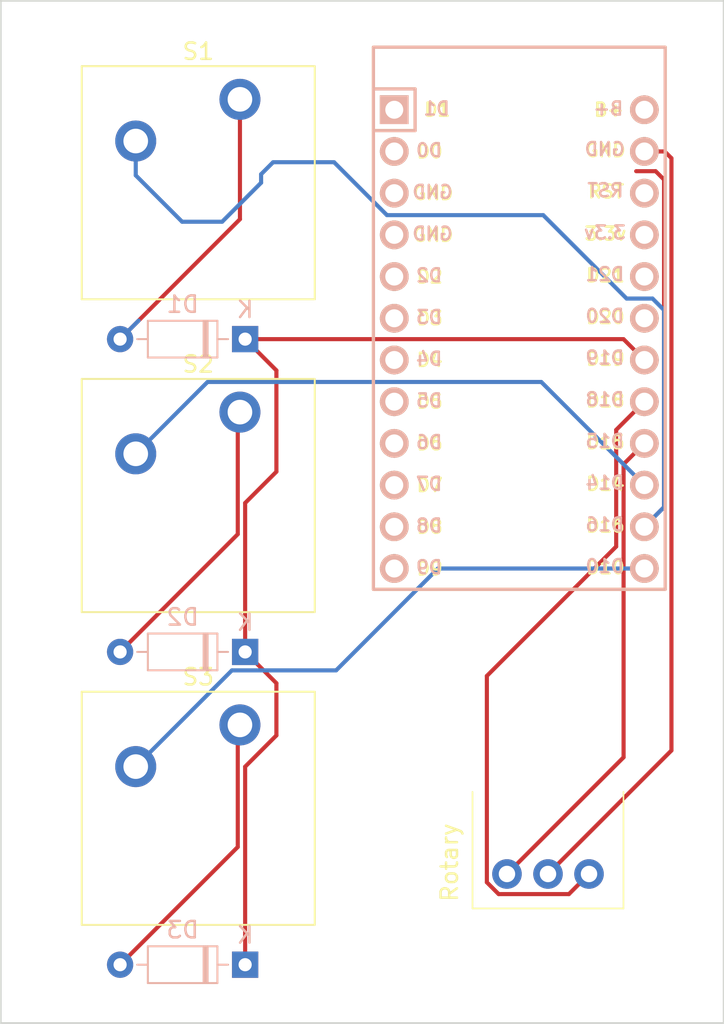
<source format=kicad_pcb>
(kicad_pcb (version 20221018) (generator pcbnew)
  (layers (0 "F.Cu" signal) (31 "B.Cu" signal) (34 "B.Paste" user) (35 "F.Paste" user) (36 "B.SilkS" user "B.Silkscreen") (37 "F.SilkS" user "F.Silkscreen") (38 "B.Mask" user) (39 "F.Mask" user) (44 "Edge.Cuts" user))
  (net 0 "")
  (net 1 "Net-(D1-A)")
  (net 2 "Net-(D2-A)")
  (net 3 "Net-(D3-A)")
  (net 4 "Net-(D1-K)")
  (net 5 "Net-(U1-D16)")
  (net 6 "Net-(U1-D14)")
  (net 7 "Net-(U1-D10)")
  (net 8 "Net-(U1-D18)")
  (net 9 "Net-(U1-D15)")
  (net 10 "Net-(SW1-PadC)")
  (net 27 "Net-(U1-D20)")
  (footprint "ScottoKeebs_MCU:Nice_Nano_V2" (layer "F.Cu") (at 186.055 94.06)
    (fp_text reference "U1" hide)
    (fp_text value "Nice_Nano_V2" hide)
    (fp_text user "GND" (at -5.289 -6.42) (layer "B.SilkS") (effects (font (size 0.8 0.8)) (justify mirror)))
    (fp_text user "D18" (at 5.211 3.67) (layer "B.SilkS") (effects (font (size 0.8 0.8)) (justify mirror)))
    (fp_text user "D15" (at 5.211 6.21) (layer "B.SilkS") (effects (font (size 0.8 0.8)) (justify mirror)))
    (fp_text user "D5" (at -5.5 3.74) (layer "B.SilkS") (effects (font (size 0.8 0.8)) (justify mirror)))
    (fp_text user "D1" (at -5.039 -14.04) (layer "B.SilkS") (effects (font (size 0.8 0.8)) (justify mirror)))
    (fp_text user "D6" (at -5.5 6.28) (layer "B.SilkS") (effects (font (size 0.8 0.8)) (justify mirror)))
    (fp_text user "GND" (at 5.211 -11.57) (layer "B.SilkS") (effects (font (size 0.8 0.8)) (justify mirror)))
    (fp_text user "D9" (at -5.5 13.9) (layer "B.SilkS") (effects (font (size 0.8 0.8)) (justify mirror)))
    (fp_text user "D21" (at 5.211 -3.95) (layer "B.SilkS") (effects (font (size 0.8 0.8)) (justify mirror)))
    (fp_text user "3.3v" (at 5.211 -6.49) (layer "B.SilkS") (effects (font (size 0.8 0.8)) (justify mirror)))
    (fp_text user "D0" (at -5.5 -11.5) (layer "B.SilkS") (effects (font (size 0.8 0.8)) (justify mirror)))
    (fp_text user "D10" (at 5.211 13.83) (layer "B.SilkS") (effects (font (size 0.8 0.8)) (justify mirror)))
    (fp_text user "D2" (at -5.5 -3.88) (layer "B.SilkS") (effects (font (size 0.8 0.8)) (justify mirror)))
    (fp_text user "D19" (at 5.211 1.13) (layer "B.SilkS") (effects (font (size 0.8 0.8)) (justify mirror)))
    (fp_text user "D8" (at -5.5 11.36) (layer "B.SilkS") (effects (font (size 0.8 0.8)) (justify mirror)))
    (fp_text user "RST" (at 5.25 -9.06) (layer "B.SilkS") (effects (font (size 0.8 0.8)) (justify mirror)))
    (fp_text user "GND" (at -5.289 -8.96) (layer "B.SilkS") (effects (font (size 0.8 0.8)) (justify mirror)))
    (fp_text user "D20" (at 5.211 -1.41) (layer "B.SilkS") (effects (font (size 0.8 0.8)) (justify mirror)))
    (fp_text user "D3" (at -5.5 -1.34) (layer "B.SilkS") (effects (font (size 0.8 0.8)) (justify mirror)))
    (fp_text user "B+" (at 5.422 -14.04) (layer "B.SilkS") (effects (font (size 0.8 0.8)) (justify mirror)))
    (fp_text user "D4" (at -5.5 1.2) (layer "B.SilkS") (effects (font (size 0.8 0.8)) (justify mirror)))
    (fp_text user "D16" (at 5.211 11.29) (layer "B.SilkS") (effects (font (size 0.8 0.8)) (justify mirror)))
    (fp_text user "D7" (at -5.5 8.82) (layer "B.SilkS") (effects (font (size 0.8 0.8)) (justify mirror)))
    (fp_text user "D14" (at 5.211 8.75) (layer "B.SilkS") (effects (font (size 0.8 0.8)) (justify mirror)))
    (fp_text user "D6" (at -5.461 6.35) (layer "F.SilkS") (effects (font (size 0.8 0.8))))
    (fp_text user "D18" (at 5.25 3.74) (layer "F.SilkS") (effects (font (size 0.8 0.8))))
    (fp_text user "D20" (at 5.25 -1.34) (layer "F.SilkS") (effects (font (size 0.8 0.8))))
    (fp_text user "RST" (at 5.289 -8.99) (layer "F.SilkS") (effects (font (size 0.8 0.8))))
    (fp_text user "B+" (at 5.461 -13.97) (layer "F.SilkS") (effects (font (size 0.8 0.8))))
    (fp_text user "GND" (at -5.25 -6.35) (layer "F.SilkS") (effects (font (size 0.8 0.8))))
    (fp_text user "D19" (at 5.25 1.2) (layer "F.SilkS") (effects (font (size 0.8 0.8))))
    (fp_text user "D5" (at -5.461 3.81) (layer "F.SilkS") (effects (font (size 0.8 0.8))))
    (fp_text user "D0" (at -5.461 -11.43) (layer "F.SilkS") (effects (font (size 0.8 0.8))))
    (fp_text user "D8" (at -5.461 11.43) (layer "F.SilkS") (effects (font (size 0.8 0.8))))
    (fp_text user "GND" (at -5.25 -8.89) (layer "F.SilkS") (effects (font (size 0.8 0.8))))
    (fp_text user "3.3v" (at 5.25 -6.42) (layer "F.SilkS") (effects (font (size 0.8 0.8))))
    (fp_text user "D2" (at -5.461 -3.81) (layer "F.SilkS") (effects (font (size 0.8 0.8))))
    (fp_text user "D16" (at 5.25 11.36) (layer "F.SilkS") (effects (font (size 0.8 0.8))))
    (fp_text user "D14" (at 5.25 8.82) (layer "F.SilkS") (effects (font (size 0.8 0.8))))
    (fp_text user "D21" (at 5.25 -3.88) (layer "F.SilkS") (effects (font (size 0.8 0.8))))
    (fp_text user "D10" (at 5.25 13.9) (layer "F.SilkS") (effects (font (size 0.8 0.8))))
    (fp_text user "D9" (at -5.461 13.97) (layer "F.SilkS") (effects (font (size 0.8 0.8))))
    (fp_text user "D7" (at -5.461 8.89) (layer "F.SilkS") (effects (font (size 0.8 0.8))))
    (fp_text user "GND" (at 5.25 -11.5) (layer "F.SilkS") (effects (font (size 0.8 0.8))))
    (fp_text user "D1" (at -5 -13.97) (layer "F.SilkS") (effects (font (size 0.8 0.8))))
    (fp_text user "D3" (at -5.461 -1.27) (layer "F.SilkS") (effects (font (size 0.8 0.8))))
    (fp_text user "D15" (at 5.25 6.28) (layer "F.SilkS") (effects (font (size 0.8 0.8))))
    (fp_text user "D4" (at -5.461 1.27) (layer "F.SilkS") (effects (font (size 0.8 0.8))))
    (fp_line (start -8.89 -17.78) (end -8.89 15.24) (stroke (width 0.2)) (layer "B.SilkS"))
    (fp_line (start -8.89 15.24) (end 8.89 15.24) (stroke (width 0.2)) (layer "B.SilkS"))
    (fp_line (start -6.35 -15.24) (end -8.89 -15.24) (stroke (width 0.2)) (layer "B.SilkS"))
    (fp_line (start -6.35 -15.24) (end -6.35 -12.7) (stroke (width 0.2)) (layer "B.SilkS"))
    (fp_line (start -6.35 -12.7) (end -8.89 -12.7) (stroke (width 0.2)) (layer "B.SilkS"))
    (fp_line (start 8.89 -17.78) (end -8.89 -17.78) (stroke (width 0.2)) (layer "B.SilkS"))
    (fp_line (start 8.89 15.24) (end 8.89 -17.78) (stroke (width 0.2)) (layer "B.SilkS"))
    (fp_line (start -8.89 -17.78) (end -8.89 15.24) (stroke (width 0.2)) (layer "F.SilkS"))
    (fp_line (start -8.89 15.24) (end 8.89 15.24) (stroke (width 0.2)) (layer "F.SilkS"))
    (fp_line (start -6.35 -15.24) (end -8.89 -15.24) (stroke (width 0.2)) (layer "F.SilkS"))
    (fp_line (start -6.35 -15.24) (end -6.35 -12.7) (stroke (width 0.2)) (layer "F.SilkS"))
    (fp_line (start -6.35 -12.7) (end -8.89 -12.7) (stroke (width 0.2)) (layer "F.SilkS"))
    (fp_line (start 8.89 -17.78) (end -8.89 -17.78) (stroke (width 0.2)) (layer "F.SilkS"))
    (fp_line (start 8.89 15.24) (end 8.89 -17.78) (stroke (width 0.2)) (layer "F.SilkS"))
    (pad "1" thru_hole rect (at -7.62 -13.97 270) (size 1.7526 1.7526) (drill 1.0922) (layers "*.Cu" "*.SilkS" "*.Mask"))
    (pad "2" thru_hole circle (at -7.62 -11.43 270) (size 1.7526 1.7526) (drill 1.0922) (layers "*.Cu" "*.SilkS" "*.Mask"))
    (pad "3" thru_hole circle (at -7.62 -8.89 270) (size 1.7526 1.7526) (drill 1.0922) (layers "*.Cu" "*.SilkS" "*.Mask"))
    (pad "4" thru_hole circle (at -7.62 -6.35 270) (size 1.7526 1.7526) (drill 1.0922) (layers "*.Cu" "*.SilkS" "*.Mask"))
    (pad "5" thru_hole circle (at -7.62 -3.81 270) (size 1.7526 1.7526) (drill 1.0922) (layers "*.Cu" "*.SilkS" "*.Mask"))
    (pad "6" thru_hole circle (at -7.62 -1.27 270) (size 1.7526 1.7526) (drill 1.0922) (layers "*.Cu" "*.SilkS" "*.Mask"))
    (pad "7" thru_hole circle (at -7.62 1.27 270) (size 1.7526 1.7526) (drill 1.0922) (layers "*.Cu" "*.SilkS" "*.Mask"))
    (pad "8" thru_hole circle (at -7.62 3.81 270) (size 1.7526 1.7526) (drill 1.0922) (layers "*.Cu" "*.SilkS" "*.Mask"))
    (pad "9" thru_hole circle (at -7.62 6.35 270) (size 1.7526 1.7526) (drill 1.0922) (layers "*.Cu" "*.SilkS" "*.Mask"))
    (pad "10" thru_hole circle (at -7.62 8.89 270) (size 1.7526 1.7526) (drill 1.0922) (layers "*.Cu" "*.SilkS" "*.Mask"))
    (pad "11" thru_hole circle (at -7.62 11.43 270) (size 1.7526 1.7526) (drill 1.0922) (layers "*.Cu" "*.SilkS" "*.Mask"))
    (pad "12" thru_hole circle (at -7.62 13.97 270) (size 1.7526 1.7526) (drill 1.0922) (layers "*.Cu" "*.SilkS" "*.Mask"))
    (pad "13" thru_hole circle (at 7.62 13.97 270) (size 1.7526 1.7526) (drill 1.0922) (layers "*.Cu" "*.SilkS" "*.Mask") (net 7 "Net-(U1-D10)"))
    (pad "14" thru_hole circle (at 7.62 11.43 270) (size 1.7526 1.7526) (drill 1.0922) (layers "*.Cu" "*.SilkS" "*.Mask") (net 5 "Net-(U1-D16)"))
    (pad "15" thru_hole circle (at 7.62 8.89 270) (size 1.7526 1.7526) (drill 1.0922) (layers "*.Cu" "*.SilkS" "*.Mask") (net 6 "Net-(U1-D14)"))
    (pad "16" thru_hole circle (at 7.62 6.35 270) (size 1.7526 1.7526) (drill 1.0922) (layers "*.Cu" "*.SilkS" "*.Mask") (net 9 "Net-(U1-D15)"))
    (pad "17" thru_hole circle (at 7.62 3.81 270) (size 1.7526 1.7526) (drill 1.0922) (layers "*.Cu" "*.SilkS" "*.Mask") (net 8 "Net-(U1-D18)"))
    (pad "18" thru_hole circle (at 7.62 1.27 270) (size 1.7526 1.7526) (drill 1.0922) (layers "*.Cu" "*.SilkS" "*.Mask") (net 4 "Net-(D1-K)"))
    (pad "19" thru_hole circle (at 7.62 -1.27 270) (size 1.7526 1.7526) (drill 1.0922) (layers "*.Cu" "*.SilkS" "*.Mask") (net 27 "Net-(U1-D20)"))
    (pad "20" thru_hole circle (at 7.62 -3.81 270) (size 1.7526 1.7526) (drill 1.0922) (layers "*.Cu" "*.SilkS" "*.Mask"))
    (pad "21" thru_hole circle (at 7.62 -6.35 270) (size 1.7526 1.7526) (drill 1.0922) (layers "*.Cu" "*.SilkS" "*.Mask"))
    (pad "22" thru_hole circle (at 7.62 -8.89 270) (size 1.7526 1.7526) (drill 1.0922) (layers "*.Cu" "*.SilkS" "*.Mask"))
    (pad "23" thru_hole circle (at 7.62 -11.43 270) (size 1.7526 1.7526) (drill 1.0922) (layers "*.Cu" "*.SilkS" "*.Mask") (net 10 "Net-(SW1-PadC)"))
    (pad "24" thru_hole circle (at 7.62 -13.97 270) (size 1.7526 1.7526) (drill 1.0922) (layers "*.Cu" "*.SilkS" "*.Mask"))
  )
  (footprint "ScottoKeebs_MX:MX_PCB_1.00u" (layer "F.Cu") (at 166.49 122.635)
    (fp_text reference "S3" (at 0 -8) (layer "F.SilkS"))
    (fp_text value "Keyswitch")
    (fp_line (start -7.1 -7.1) (end -7.1 7.1) (stroke (width 0.12)) (layer "F.SilkS"))
    (fp_line (start -7.1 7.1) (end 7.1 7.1) (stroke (width 0.12)) (layer "F.SilkS"))
    (fp_line (start 7.1 -7.1) (end -7.1 -7.1) (stroke (width 0.12)) (layer "F.SilkS"))
    (fp_line (start 7.1 7.1) (end 7.1 -7.1) (stroke (width 0.12)) (layer "F.SilkS"))
    (pad "" np_thru_hole circle (at -5.08 0) (size 1.75 1.75) (drill 1.75) (layers "*.Cu" "*.Mask"))
    (pad "" np_thru_hole circle (at 0 0) (size 4 4) (drill 4) (layers "*.Cu" "*.Mask"))
    (pad "" np_thru_hole circle (at 5.08 0) (size 1.75 1.75) (drill 1.75) (layers "*.Cu" "*.Mask"))
    (pad "1" thru_hole circle (at -3.81 -2.54) (size 2.5 2.5) (drill 1.5) (layers "*.Cu" "*.Mask") (net 7 "Net-(U1-D10)"))
    (pad "2" thru_hole circle (at 2.54 -5.08) (size 2.5 2.5) (drill 1.5) (layers "*.Cu" "*.Mask") (net 3 "Net-(D3-A)"))
  )
  (footprint "Rotary_Encoder:RotaryEncoder_Bourns_Horizontal_PEC09-2xxxF-Nxxxx" (layer "F.Cu") (at 190.3025 126.635 90)
    (fp_text reference "Rotary" (at 0.7 -8.5 90) (layer "F.SilkS"))
    (fp_text value "RotaryEncoder")
    (fp_line (start -2.1 -7.1) (end -2.1 2.1) (stroke (width 0.1)) (layer "F.SilkS"))
    (fp_line (start -2.1 2.1) (end 5 2.1) (stroke (width 0.1)) (layer "F.SilkS"))
    (fp_line (start 5 -7.1) (end -2.1 -7.1) (stroke (width 0.1)) (layer "F.SilkS"))
    (pad "A" thru_hole circle (at 0 0 90) (size 1.8 1.8) (drill 1) (layers "*.Cu" "*.Mask") (net 8 "Net-(U1-D18)"))
    (pad "B" thru_hole circle (at 0 -5 90) (size 1.8 1.8) (drill 1) (layers "*.Cu" "*.Mask") (net 9 "Net-(U1-D15)"))
    (pad "C" thru_hole circle (at 0 -2.5 90) (size 1.8 1.8) (drill 1) (layers "*.Cu" "*.Mask") (net 10 "Net-(SW1-PadC)"))
  )
  (footprint "ScottoKeebs_MX:MX_PCB_1.00u" (layer "F.Cu") (at 166.49 84.535)
    (fp_text reference "S1" (at 0 -8) (layer "F.SilkS"))
    (fp_text value "Keyswitch")
    (fp_line (start -7.1 -7.1) (end -7.1 7.1) (stroke (width 0.12)) (layer "F.SilkS"))
    (fp_line (start -7.1 7.1) (end 7.1 7.1) (stroke (width 0.12)) (layer "F.SilkS"))
    (fp_line (start 7.1 -7.1) (end -7.1 -7.1) (stroke (width 0.12)) (layer "F.SilkS"))
    (fp_line (start 7.1 7.1) (end 7.1 -7.1) (stroke (width 0.12)) (layer "F.SilkS"))
    (pad "" np_thru_hole circle (at -5.08 0) (size 1.75 1.75) (drill 1.75) (layers "*.Cu" "*.Mask"))
    (pad "" np_thru_hole circle (at 0 0) (size 4 4) (drill 4) (layers "*.Cu" "*.Mask"))
    (pad "" np_thru_hole circle (at 5.08 0) (size 1.75 1.75) (drill 1.75) (layers "*.Cu" "*.Mask"))
    (pad "1" thru_hole circle (at -3.81 -2.54) (size 2.5 2.5) (drill 1.5) (layers "*.Cu" "*.Mask") (net 5 "Net-(U1-D16)"))
    (pad "2" thru_hole circle (at 2.54 -5.08) (size 2.5 2.5) (drill 1.5) (layers "*.Cu" "*.Mask") (net 1 "Net-(D1-A)"))
  )
  (footprint "ScottoKeebs_MX:MX_PCB_1.00u" (layer "F.Cu") (at 166.49 103.585)
    (fp_text reference "S2" (at 0 -8) (layer "F.SilkS"))
    (fp_text value "Keyswitch")
    (fp_line (start -7.1 -7.1) (end -7.1 7.1) (stroke (width 0.12)) (layer "F.SilkS"))
    (fp_line (start -7.1 7.1) (end 7.1 7.1) (stroke (width 0.12)) (layer "F.SilkS"))
    (fp_line (start 7.1 -7.1) (end -7.1 -7.1) (stroke (width 0.12)) (layer "F.SilkS"))
    (fp_line (start 7.1 7.1) (end 7.1 -7.1) (stroke (width 0.12)) (layer "F.SilkS"))
    (pad "" np_thru_hole circle (at -5.08 0) (size 1.75 1.75) (drill 1.75) (layers "*.Cu" "*.Mask"))
    (pad "" np_thru_hole circle (at 0 0) (size 4 4) (drill 4) (layers "*.Cu" "*.Mask"))
    (pad "" np_thru_hole circle (at 5.08 0) (size 1.75 1.75) (drill 1.75) (layers "*.Cu" "*.Mask"))
    (pad "1" thru_hole circle (at -3.81 -2.54) (size 2.5 2.5) (drill 1.5) (layers "*.Cu" "*.Mask") (net 6 "Net-(U1-D14)"))
    (pad "2" thru_hole circle (at 2.54 -5.08) (size 2.5 2.5) (drill 1.5) (layers "*.Cu" "*.Mask") (net 2 "Net-(D2-A)"))
  )
  (footprint "ScottoKeebs_Components:Diode_DO-35" (layer "B.Cu") (at 169.3475 94.06 180)
    (fp_text reference "D1" (at 3.81 2.12) (layer "B.SilkS") (effects (justify mirror)))
    (fp_text value "Diode")
    (fp_text user "K" (at 0 1.8) (layer "B.SilkS") (effects (justify mirror)))
    (fp_line (start 1.04 0) (end 1.69 0) (stroke (width 0.12)) (layer "B.SilkS"))
    (fp_line (start 1.69 -1.12) (end 5.93 -1.12) (stroke (width 0.12)) (layer "B.SilkS"))
    (fp_line (start 1.69 1.12) (end 1.69 -1.12) (stroke (width 0.12)) (layer "B.SilkS"))
    (fp_line (start 2.29 1.12) (end 2.29 -1.12) (stroke (width 0.12)) (layer "B.SilkS"))
    (fp_line (start 2.41 1.12) (end 2.41 -1.12) (stroke (width 0.12)) (layer "B.SilkS"))
    (fp_line (start 2.53 1.12) (end 2.53 -1.12) (stroke (width 0.12)) (layer "B.SilkS"))
    (fp_line (start 5.93 -1.12) (end 5.93 1.12) (stroke (width 0.12)) (layer "B.SilkS"))
    (fp_line (start 5.93 1.12) (end 1.69 1.12) (stroke (width 0.12)) (layer "B.SilkS"))
    (fp_line (start 6.58 0) (end 5.93 0) (stroke (width 0.12)) (layer "B.SilkS"))
    (pad "1" thru_hole rect (at 0 0 180) (size 1.6 1.6) (drill 0.8) (layers "*.Cu" "*.Mask") (net 4 "Net-(D1-K)"))
    (pad "2" thru_hole oval (at 7.62 0 180) (size 1.6 1.6) (drill 0.8) (layers "*.Cu" "*.Mask") (net 1 "Net-(D1-A)"))
  )
  (footprint "ScottoKeebs_Components:Diode_DO-35" (layer "B.Cu") (at 169.3475 113.11 180)
    (fp_text reference "D2" (at 3.81 2.12) (layer "B.SilkS") (effects (justify mirror)))
    (fp_text value "Diode")
    (fp_text user "K" (at 0 1.8) (layer "B.SilkS") (effects (justify mirror)))
    (fp_line (start 1.04 0) (end 1.69 0) (stroke (width 0.12)) (layer "B.SilkS"))
    (fp_line (start 1.69 -1.12) (end 5.93 -1.12) (stroke (width 0.12)) (layer "B.SilkS"))
    (fp_line (start 1.69 1.12) (end 1.69 -1.12) (stroke (width 0.12)) (layer "B.SilkS"))
    (fp_line (start 2.29 1.12) (end 2.29 -1.12) (stroke (width 0.12)) (layer "B.SilkS"))
    (fp_line (start 2.41 1.12) (end 2.41 -1.12) (stroke (width 0.12)) (layer "B.SilkS"))
    (fp_line (start 2.53 1.12) (end 2.53 -1.12) (stroke (width 0.12)) (layer "B.SilkS"))
    (fp_line (start 5.93 -1.12) (end 5.93 1.12) (stroke (width 0.12)) (layer "B.SilkS"))
    (fp_line (start 5.93 1.12) (end 1.69 1.12) (stroke (width 0.12)) (layer "B.SilkS"))
    (fp_line (start 6.58 0) (end 5.93 0) (stroke (width 0.12)) (layer "B.SilkS"))
    (pad "1" thru_hole rect (at 0 0 180) (size 1.6 1.6) (drill 0.8) (layers "*.Cu" "*.Mask") (net 4 "Net-(D1-K)"))
    (pad "2" thru_hole oval (at 7.62 0 180) (size 1.6 1.6) (drill 0.8) (layers "*.Cu" "*.Mask") (net 2 "Net-(D2-A)"))
  )
  (footprint "ScottoKeebs_Components:Diode_DO-35" (layer "B.Cu") (at 169.3475 132.16 180)
    (fp_text reference "D3" (at 3.81 2.12) (layer "B.SilkS") (effects (justify mirror)))
    (fp_text value "Diode")
    (fp_text user "K" (at 0 1.8) (layer "B.SilkS") (effects (justify mirror)))
    (fp_line (start 1.04 0) (end 1.69 0) (stroke (width 0.12)) (layer "B.SilkS"))
    (fp_line (start 1.69 -1.12) (end 5.93 -1.12) (stroke (width 0.12)) (layer "B.SilkS"))
    (fp_line (start 1.69 1.12) (end 1.69 -1.12) (stroke (width 0.12)) (layer "B.SilkS"))
    (fp_line (start 2.29 1.12) (end 2.29 -1.12) (stroke (width 0.12)) (layer "B.SilkS"))
    (fp_line (start 2.41 1.12) (end 2.41 -1.12) (stroke (width 0.12)) (layer "B.SilkS"))
    (fp_line (start 2.53 1.12) (end 2.53 -1.12) (stroke (width 0.12)) (layer "B.SilkS"))
    (fp_line (start 5.93 -1.12) (end 5.93 1.12) (stroke (width 0.12)) (layer "B.SilkS"))
    (fp_line (start 5.93 1.12) (end 1.69 1.12) (stroke (width 0.12)) (layer "B.SilkS"))
    (fp_line (start 6.58 0) (end 5.93 0) (stroke (width 0.12)) (layer "B.SilkS"))
    (pad "1" thru_hole rect (at 0 0 180) (size 1.6 1.6) (drill 0.8) (layers "*.Cu" "*.Mask") (net 4 "Net-(D1-K)"))
    (pad "2" thru_hole oval (at 7.62 0 180) (size 1.6 1.6) (drill 0.8) (layers "*.Cu" "*.Mask") (net 3 "Net-(D3-A)"))
  )
  (gr_rect (start 154.458544 73.45508) (end 198.503075 135.712117) (stroke (width 0.1)) (fill none) (layer "Edge.Cuts"))
  (segment (start 169.03 79.455) (end 169.03 86.7575) (width 0.25) (layer "F.Cu") (net 1))
  (segment (start 169.03 86.7575) (end 161.7275 94.06) (width 0.25) (layer "F.Cu") (net 1))
  (segment (start 169.03 79.455) (end 168.211243 79.455) (width 0.25) (layer "B.Cu") (net 1))
  (segment (start 161.7275 94.06) (end 162.8525 92.935) (width 0.25) (layer "B.Cu") (net 1))
  (segment (start 168.8975 105.94) (end 161.7275 113.11) (width 0.25) (layer "F.Cu") (net 2))
  (segment (start 169.03 98.505) (end 168.8975 98.6375) (width 0.25) (layer "F.Cu") (net 2))
  (segment (start 168.8975 98.6375) (end 168.8975 105.94) (width 0.25) (layer "F.Cu") (net 2))
  (segment (start 168.8975 124.99) (end 161.7275 132.16) (width 0.25) (layer "F.Cu") (net 3))
  (segment (start 168.8975 117.6875) (end 168.8975 124.99) (width 0.25) (layer "F.Cu") (net 3))
  (segment (start 169.03 117.555) (end 168.8975 117.6875) (width 0.25) (layer "F.Cu") (net 3))
  (segment (start 169.3475 113.11) (end 169.3475 104.039733) (width 0.25) (layer "F.Cu") (net 4))
  (segment (start 169.3475 120.099887) (end 171.2525 118.194887) (width 0.25) (layer "F.Cu") (net 4))
  (segment (start 171.2525 102.134733) (end 171.2525 95.965) (width 0.25) (layer "F.Cu") (net 4))
  (segment (start 169.3475 94.06) (end 192.405 94.06) (width 0.25) (layer "F.Cu") (net 4))
  (segment (start 169.3475 132.16) (end 169.3475 120.099887) (width 0.25) (layer "F.Cu") (net 4))
  (segment (start 171.2525 115.015) (end 169.3475 113.11) (width 0.25) (layer "F.Cu") (net 4))
  (segment (start 171.2525 118.194887) (end 171.2525 115.015) (width 0.25) (layer "F.Cu") (net 4))
  (segment (start 169.3475 104.039733) (end 171.2525 102.134733) (width 0.25) (layer "F.Cu") (net 4))
  (segment (start 192.405 94.06) (end 193.675 95.33) (width 0.25) (layer "F.Cu") (net 4))
  (segment (start 171.2525 95.965) (end 169.3475 94.06) (width 0.25) (layer "F.Cu") (net 4))
  (segment (start 193.177405 83.8313) (end 194.3613 83.8313) (width 0.25) (layer "F.Cu") (net 5))
  (segment (start 194.8763 84.3463) (end 194.8763 104.2887) (width 0.25) (layer "F.Cu") (net 5))
  (segment (start 194.8763 104.2887) (end 193.675 105.49) (width 0.25) (layer "F.Cu") (net 5))
  (segment (start 194.3613 83.8313) (end 194.8763 84.3463) (width 0.25) (layer "F.Cu") (net 5))
  (segment (start 171.052233 83.285) (end 174.765 83.285) (width 0.25) (layer "B.Cu") (net 5))
  (segment (start 165.506243 86.91) (end 167.945 86.91) (width 0.25) (layer "B.Cu") (net 5))
  (segment (start 170.32 84.535) (end 170.32 84.017233) (width 0.25) (layer "B.Cu") (net 5))
  (segment (start 162.68 84.083757) (end 165.506243 86.91) (width 0.25) (layer "B.Cu") (net 5))
  (segment (start 167.945 86.91) (end 170.32 84.535) (width 0.25) (layer "B.Cu") (net 5))
  (segment (start 192.5937 91.5887) (end 194.172595 91.5887) (width 0.25) (layer "B.Cu") (net 5))
  (segment (start 162.68 81.995) (end 162.68 84.083757) (width 0.25) (layer "B.Cu") (net 5))
  (segment (start 194.172595 91.5887) (end 194.8763 92.292405) (width 0.25) (layer "B.Cu") (net 5))
  (segment (start 170.32 84.017233) (end 171.052233 83.285) (width 0.25) (layer "B.Cu") (net 5))
  (segment (start 194.8763 92.292405) (end 194.8763 104.2887) (width 0.25) (layer "B.Cu") (net 5))
  (segment (start 174.765 83.285) (end 177.9887 86.5087) (width 0.25) (layer "B.Cu") (net 5))
  (segment (start 177.9887 86.5087) (end 187.5137 86.5087) (width 0.25) (layer "B.Cu") (net 5))
  (segment (start 187.5137 86.5087) (end 192.5937 91.5887) (width 0.25) (layer "B.Cu") (net 5))
  (segment (start 194.8763 104.2887) (end 193.675 105.49) (width 0.25) (layer "B.Cu") (net 5))
  (segment (start 187.3937 96.6687) (end 193.675 102.95) (width 0.25) (layer "B.Cu") (net 6))
  (segment (start 162.68 101.045) (end 167.0563 96.6687) (width 0.25) (layer "B.Cu") (net 6))
  (segment (start 167.0563 96.6687) (end 187.3937 96.6687) (width 0.25) (layer "B.Cu") (net 6))
  (segment (start 181.095 108.03) (end 193.675 108.03) (width 0.25) (layer "B.Cu") (net 7))
  (segment (start 162.68 120.095) (end 168.54 114.235) (width 0.25) (layer "B.Cu") (net 7))
  (segment (start 168.54 114.235) (end 174.89 114.235) (width 0.25) (layer "B.Cu") (net 7))
  (segment (start 174.89 114.235) (end 181.095 108.03) (width 0.25) (layer "B.Cu") (net 7))
  (segment (start 184.795088 127.86) (end 184.0775 127.142412) (width 0.25) (layer "F.Cu") (net 8))
  (segment (start 184.0775 114.5725) (end 191.9587 106.6913) (width 0.25) (layer "F.Cu") (net 8))
  (segment (start 190.3025 126.635) (end 189.0775 127.86) (width 0.25) (layer "F.Cu") (net 8))
  (segment (start 191.9587 99.5863) (end 193.675 97.87) (width 0.25) (layer "F.Cu") (net 8))
  (segment (start 191.9587 106.6913) (end 191.9587 99.5863) (width 0.25) (layer "F.Cu") (net 8))
  (segment (start 184.0775 127.142412) (end 184.0775 114.5725) (width 0.25) (layer "F.Cu") (net 8))
  (segment (start 189.0775 127.86) (end 184.795088 127.86) (width 0.25) (layer "F.Cu") (net 8))
  (segment (start 192.4087 101.6763) (end 193.675 100.41) (width 0.25) (layer "F.Cu") (net 9))
  (segment (start 185.3025 126.635) (end 192.4087 119.5288) (width 0.25) (layer "F.Cu") (net 9))
  (segment (start 192.4087 119.5288) (end 192.4087 101.6763) (width 0.25) (layer "F.Cu") (net 9))
  (segment (start 195.3263 119.1112) (end 195.3263 83.042025) (width 0.25) (layer "F.Cu") (net 10))
  (segment (start 194.914275 82.63) (end 193.675 82.63) (width 0.25) (layer "F.Cu") (net 10))
  (segment (start 187.8025 126.635) (end 195.3263 119.1112) (width 0.25) (layer "F.Cu") (net 10))
  (segment (start 195.3263 83.042025) (end 194.914275 82.63) (width 0.25) (layer "F.Cu") (net 10))
)
</source>
